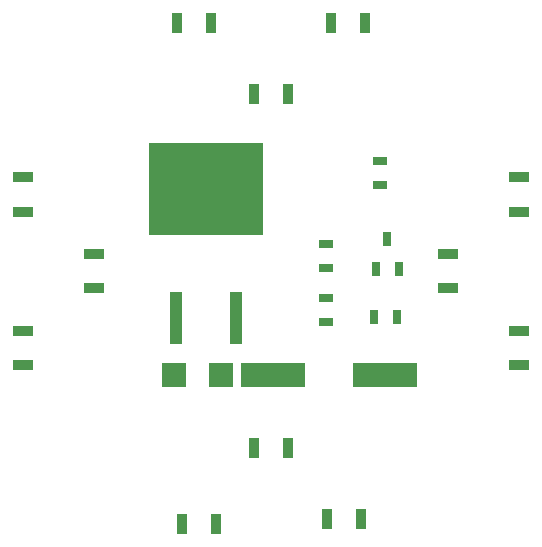
<source format=gtp>
G04*
G04 #@! TF.GenerationSoftware,Altium Limited,Altium Designer,20.0.2 (26)*
G04*
G04 Layer_Color=8421504*
%FSLAX44Y44*%
%MOMM*%
G71*
G01*
G75*
%ADD14R,2.0000X2.0000*%
%ADD15R,1.2700X0.7000*%
%ADD16R,1.1000X4.4500*%
%ADD17R,9.6500X7.8000*%
%ADD18R,0.7000X1.2700*%
%ADD19R,5.5000X2.0000*%
%ADD20R,0.6500X1.2000*%
%ADD21R,1.7000X0.9000*%
%ADD22R,0.9000X1.7000*%
D14*
X-82000Y-88000D02*
D03*
X-42000D02*
D03*
D15*
X92000Y73000D02*
D03*
Y93000D02*
D03*
X47000Y3000D02*
D03*
Y23000D02*
D03*
Y-43000D02*
D03*
Y-23000D02*
D03*
D16*
X-80400Y-40000D02*
D03*
X-29600D02*
D03*
D17*
X-55000Y69500D02*
D03*
D18*
X107000Y-39000D02*
D03*
X87000D02*
D03*
D19*
X96500Y-88000D02*
D03*
X1500D02*
D03*
D20*
X98500Y27000D02*
D03*
X108000Y2000D02*
D03*
X89000D02*
D03*
D21*
X-150000Y14500D02*
D03*
Y-14500D02*
D03*
X-210000Y50500D02*
D03*
Y79500D02*
D03*
Y-79500D02*
D03*
Y-50500D02*
D03*
X150000Y-14500D02*
D03*
Y14500D02*
D03*
X210000Y-50500D02*
D03*
Y-79500D02*
D03*
Y79500D02*
D03*
Y50500D02*
D03*
D22*
X-14500Y150000D02*
D03*
X14500D02*
D03*
X79500Y210000D02*
D03*
X50500D02*
D03*
X-50500D02*
D03*
X-79500D02*
D03*
X-14500Y-150000D02*
D03*
X14500D02*
D03*
X76500Y-210000D02*
D03*
X47500D02*
D03*
X-46500Y-214000D02*
D03*
X-75500D02*
D03*
M02*

</source>
